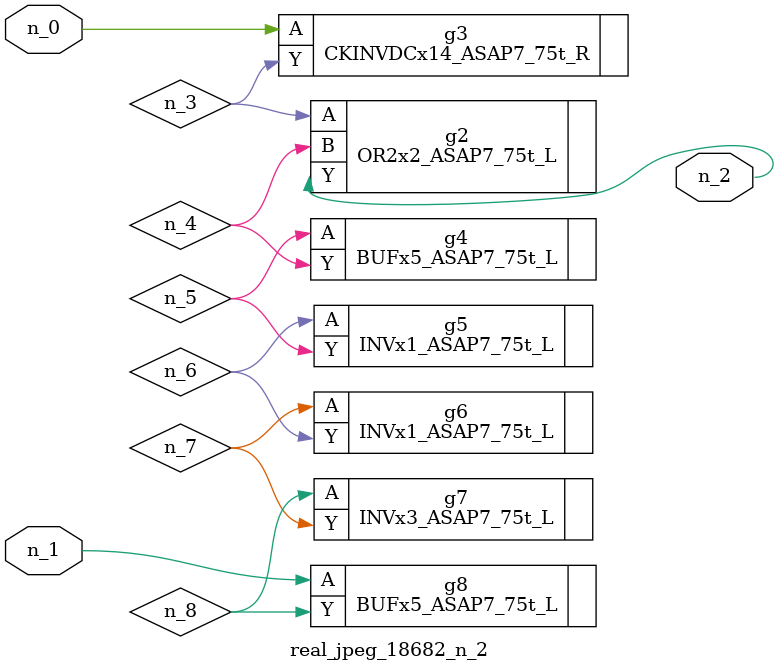
<source format=v>
module real_jpeg_18682_n_2 (n_1, n_0, n_2);

input n_1;
input n_0;

output n_2;

wire n_5;
wire n_4;
wire n_8;
wire n_6;
wire n_7;
wire n_3;

CKINVDCx14_ASAP7_75t_R g3 ( 
.A(n_0),
.Y(n_3)
);

BUFx5_ASAP7_75t_L g8 ( 
.A(n_1),
.Y(n_8)
);

OR2x2_ASAP7_75t_L g2 ( 
.A(n_3),
.B(n_4),
.Y(n_2)
);

BUFx5_ASAP7_75t_L g4 ( 
.A(n_5),
.Y(n_4)
);

INVx1_ASAP7_75t_L g5 ( 
.A(n_6),
.Y(n_5)
);

INVx1_ASAP7_75t_L g6 ( 
.A(n_7),
.Y(n_6)
);

INVx3_ASAP7_75t_L g7 ( 
.A(n_8),
.Y(n_7)
);


endmodule
</source>
